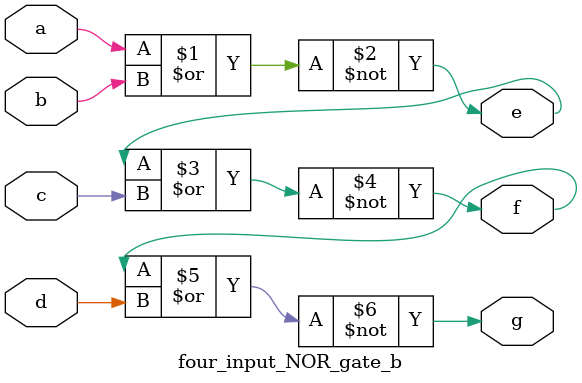
<source format=v>
`timescale 1ns / 1ps
module four_input_NOR_gate_b(
input a,
input b,
input c,
input d,
output e,
output f,
output g
    );
assign e =  ~(a|b);
assign f = ~(e|c);
assign g = ~(f|d);

endmodule

</source>
